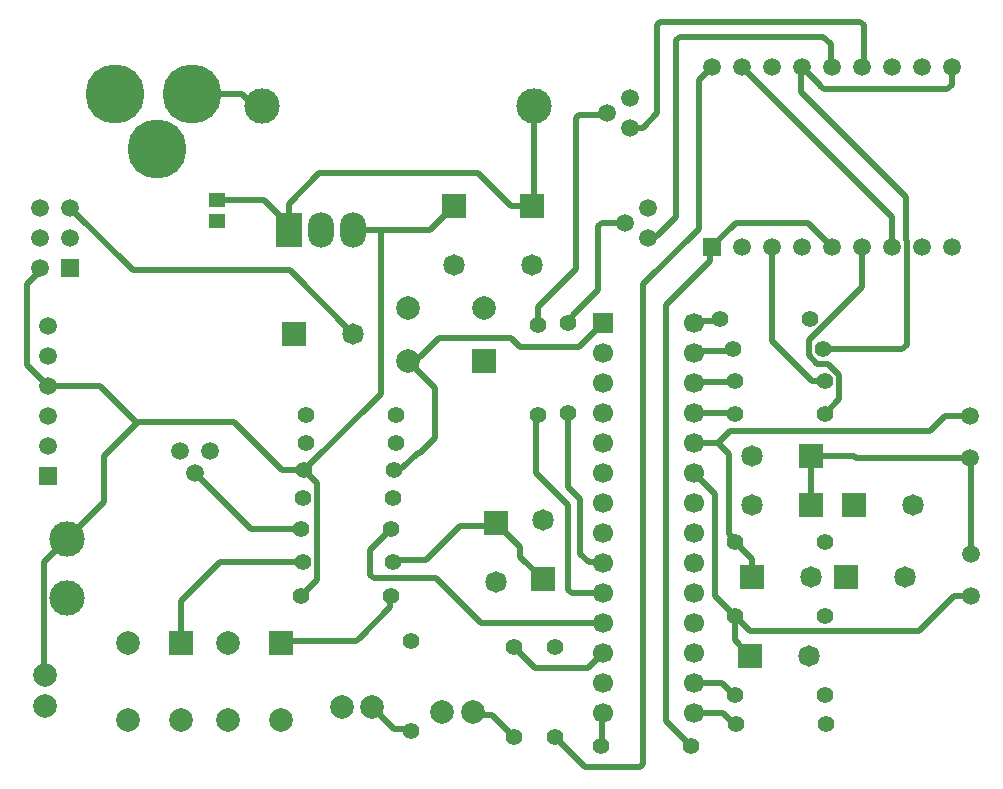
<source format=gtl>
G04*
G04 #@! TF.GenerationSoftware,Altium Limited,Altium Designer,20.0.12 (288)*
G04*
G04 Layer_Physical_Order=1*
G04 Layer_Color=255*
%FSLAX44Y44*%
%MOMM*%
G71*
G01*
G75*
%ADD15R,1.4000X1.2000*%
%ADD31C,0.5080*%
%ADD32R,1.5000X1.5000*%
%ADD33C,1.5000*%
%ADD34C,3.0000*%
%ADD35R,2.2000X3.0000*%
%ADD36O,2.2000X3.0000*%
%ADD37R,1.5000X1.5000*%
%ADD38R,2.0000X2.0000*%
%ADD39C,1.8200*%
%ADD40R,2.0000X2.0000*%
%ADD41C,2.0000*%
%ADD42C,1.7000*%
%ADD43R,1.7000X1.7000*%
%ADD44C,5.0000*%
%ADD45C,1.4000*%
D15*
X510540Y1078120D02*
D03*
Y1096120D02*
D03*
D31*
X571664Y1036626D02*
X625310Y982980D01*
X439114Y1036626D02*
X571664D01*
X386080Y1089660D02*
X439114Y1036626D01*
X899160Y1082040D02*
Y1231464D01*
X875030Y1064260D02*
X876300Y1065530D01*
X882650D01*
X899160Y1082040D01*
X1004570Y1187450D02*
X1093470Y1098550D01*
X1023620Y969810D02*
X1090494D01*
X1094061Y973377D01*
Y1061832D01*
X1093470Y1062423D02*
X1094061Y1061832D01*
X1093470Y1062423D02*
Y1098550D01*
X979881Y977189D02*
Y1056621D01*
X890270Y655320D02*
Y1007110D01*
Y655320D02*
X911860Y633730D01*
X871220Y618926D02*
Y1024890D01*
X1011540Y964807D02*
Y977946D01*
X899160Y1231464D02*
X902136Y1234440D01*
X1023620D01*
X1029970Y1228090D01*
Y1209733D02*
Y1228090D01*
Y1209733D02*
X1030681Y1209021D01*
X1004570Y1187450D02*
Y1208310D01*
X1005281Y1209021D01*
X890270Y1007110D02*
X927637Y1044477D01*
Y1055177D01*
X929081Y1056621D01*
X871220Y1024890D02*
X918210Y1071880D01*
Y1198150D01*
X929081Y1209021D01*
X859790Y1156970D02*
X860341Y1157521D01*
X870501D01*
X882650Y1169670D01*
Y1244164D01*
X885626Y1247140D01*
X1054934D01*
X1057910Y1244164D01*
Y1210850D02*
Y1244164D01*
X1056081Y1209021D02*
X1057910Y1210850D01*
X1011540Y977946D02*
X1056081Y1022488D01*
Y1056621D01*
X1011540Y964807D02*
X1018616Y957730D01*
X1027345D01*
X1036970Y948105D01*
Y927496D02*
Y948105D01*
X1024890Y915416D02*
X1036970Y927496D01*
X868244Y615950D02*
X871220Y618926D01*
X821690Y615950D02*
X868244D01*
X796290Y641350D02*
X821690Y615950D01*
X979881Y977189D02*
X1013968Y943102D01*
X1024890D01*
X1010342Y1076960D02*
X1030681Y1056621D01*
X363460Y694750D02*
X364490Y693720D01*
X363460Y694750D02*
Y789380D01*
X383540Y809460D01*
X349250Y956310D02*
X367030Y938530D01*
X349250Y956310D02*
Y1024746D01*
X360680Y1036176D01*
Y1038860D01*
X383540Y809460D02*
Y809460D01*
X414501Y879321D02*
X443230Y908050D01*
X383540Y809460D02*
X414501Y840421D01*
Y879321D01*
X441960Y908050D02*
X524510D01*
X367030Y938530D02*
X411480D01*
X441960Y908050D01*
X524510D02*
X565150Y867410D01*
X746760Y822560D02*
X767080Y802240D01*
Y794150D02*
Y802240D01*
Y794150D02*
X786130Y775100D01*
X660400Y791210D02*
X687070D01*
X716280Y820420D02*
X744620D01*
X687070Y791210D02*
X716280Y820420D01*
X648970Y932180D02*
Y1070610D01*
X963060Y777240D02*
Y791932D01*
X584200Y867410D02*
X648970Y932180D01*
X625170Y1070610D02*
X648970D01*
X690880D01*
X679995Y881925D02*
X681881D01*
X660400Y867410D02*
X662107Y869117D01*
X667187D01*
X679995Y881925D01*
X694690Y894734D02*
Y937030D01*
X671600Y960120D02*
X671600D01*
X694690Y937030D01*
X671600Y960120D02*
X674455Y962975D01*
X698500Y979170D02*
X759460D01*
X674455Y962975D02*
X682305D01*
X698500Y979170D01*
X759460D02*
X767080Y971550D01*
X816610D02*
X836930Y991870D01*
X767080Y971550D02*
X816610D01*
X681881Y881925D02*
X694690Y894734D01*
X934720Y890270D02*
X943610Y881380D01*
X931597Y761184D02*
X948690Y744091D01*
X948690Y806302D02*
Y808658D01*
X931597Y761184D02*
Y847203D01*
X943610Y813738D02*
Y881380D01*
Y813738D02*
X948690Y808658D01*
X913930Y864870D02*
X931597Y847203D01*
X913930Y813270D02*
Y814070D01*
Y813270D02*
X915670Y811530D01*
X565150Y867410D02*
X584200D01*
X581660Y760730D02*
X595010Y774080D01*
Y856600D01*
X584200Y867410D02*
X595010Y856600D01*
X548525Y1174466D02*
X550203Y1176144D01*
X782320Y990600D02*
Y1005840D01*
X814070Y1037590D02*
Y1165424D01*
X782320Y1005840D02*
X814070Y1037590D01*
Y1165424D02*
X817046Y1168400D01*
X839470D01*
X811708Y998398D02*
X833120Y1019810D01*
X836096Y1076960D02*
X855980D01*
X833120Y1073984D02*
X836096Y1076960D01*
X833120Y1019810D02*
Y1073984D01*
X839470Y1168400D02*
X840740Y1169670D01*
X510540Y1096120D02*
X549660D01*
X571170Y1074610D01*
Y1093140D01*
Y1070610D02*
Y1074610D01*
X690880Y1070610D02*
X711200Y1090930D01*
X596900Y1118870D02*
X731520D01*
X571170Y1093140D02*
X596900Y1118870D01*
X659130Y789940D02*
X660400Y791210D01*
X479700Y720840D02*
Y756560D01*
X513080Y789940D01*
X631190Y725606D02*
Y725606D01*
X656829Y759699D02*
X657860Y760730D01*
X631190Y725606D02*
X656829Y751245D01*
Y759699D01*
X566580Y722630D02*
X628214D01*
X631190Y725606D01*
X564790Y720840D02*
X566580Y722630D01*
X913930Y991870D02*
X916033Y993973D01*
X934283D01*
X935990Y995680D01*
X484180Y1186180D02*
X531767D01*
X541927Y1176020D01*
X548670D01*
X811708Y998272D02*
Y998398D01*
X807720Y991870D02*
Y994284D01*
X811708Y998272D01*
X807720Y853440D02*
X817880Y843280D01*
X807720Y853440D02*
Y915670D01*
X780615Y912695D02*
X782320Y914400D01*
X780615Y865305D02*
Y912695D01*
X641650Y666750D02*
X660263Y648137D01*
X672663D01*
X674370Y646430D01*
X743265Y660085D02*
X762000Y641350D01*
X729895Y660085D02*
X743265D01*
X727040Y662940D02*
X729895Y660085D01*
X695960Y775970D02*
X734060Y737870D01*
X836930D01*
X643056Y775970D02*
X695960D01*
X640080Y778946D02*
X643056Y775970D01*
X640080Y778946D02*
Y799544D01*
X657860Y817324D01*
X1081481Y1056621D02*
Y1082021D01*
X954481Y1209021D02*
X1081481Y1082021D01*
X929640Y1057180D02*
X949420Y1076960D01*
X1010342D01*
X929640Y1056640D02*
Y1057180D01*
X929081Y1056621D02*
X929621D01*
X929640Y1056640D01*
X1024056Y1189990D02*
X1128594D01*
X1132281Y1193677D02*
Y1209021D01*
X1128594Y1189990D02*
X1132281Y1193677D01*
X1021080Y1192966D02*
Y1193223D01*
Y1192966D02*
X1024056Y1189990D01*
X1005637Y1208666D02*
X1021080Y1193223D01*
X1104900Y731520D02*
X1134110Y760730D01*
X961261Y731520D02*
X1104900D01*
X948690Y744091D02*
X961261Y731520D01*
X1147816Y760730D02*
X1148398Y761313D01*
X1134110Y760730D02*
X1147816D01*
X1106881Y1056621D02*
X1107421D01*
X1108710Y1057910D01*
X1132281Y1056621D02*
Y1057351D01*
X1132840Y1057910D01*
X1081481Y1209021D02*
X1082021D01*
X1082040Y1209040D01*
X948690Y806302D02*
X963060Y791932D01*
X780615Y865305D02*
X807720Y838200D01*
X810696Y763270D02*
X836930D01*
X807720Y766246D02*
X810696Y763270D01*
X807720Y766246D02*
Y838200D01*
X835025Y687070D02*
X836930D01*
X836295Y661035D02*
X836930Y661670D01*
X836295Y634365D02*
Y661035D01*
X835660Y633730D02*
X836295Y634365D01*
X948690Y723426D02*
Y744091D01*
X1126630Y913270D02*
X1148080D01*
X1113790Y900430D02*
X1126630Y913270D01*
X934720Y890270D02*
X944880Y900430D01*
X1113790D01*
X913930Y890270D02*
X934720D01*
X1013060Y837571D02*
Y879262D01*
X1147880Y877570D02*
X1148080Y877770D01*
X1051560Y877570D02*
X1147880D01*
X1013060Y879262D02*
X1049868D01*
X1051560Y877570D01*
X1148239Y796972D02*
Y877611D01*
X1148080Y877770D02*
X1148239Y877611D01*
Y796972D02*
X1148398Y796813D01*
X948690Y723426D02*
X961790Y710326D01*
X913930Y661670D02*
X938656D01*
X947546Y652780D01*
X949960D01*
X913930Y687070D02*
X937764D01*
X947515Y677320D01*
X948690D01*
X913930Y915670D02*
X914057Y915543D01*
X948563D01*
X948690Y915416D01*
X913930Y941070D02*
X914946Y942086D01*
X947674D01*
X948690Y943102D01*
X913930Y966470D02*
X915600Y968140D01*
X945750D01*
X947420Y969810D01*
X817880Y796290D02*
Y843280D01*
X836326Y789274D02*
X836930Y788670D01*
X824896Y789274D02*
X836326D01*
X817880Y796290D02*
X824896Y789274D01*
X824230Y699770D02*
X836930Y712470D01*
X779780Y699770D02*
X824230D01*
X762000Y717550D02*
X779780Y699770D01*
X674370Y646430D02*
Y647850D01*
X762000Y641350D02*
Y642620D01*
X745490Y821290D02*
X746760Y822560D01*
X582930Y789940D02*
X584200Y791210D01*
X364490Y667720D02*
X364790Y668020D01*
X513080Y789940D02*
X582930D01*
X539036Y817324D02*
X581660D01*
X491490Y864870D02*
X539036Y817324D01*
X759460Y1090930D02*
X777240D01*
X731520Y1118870D02*
X759460Y1090930D01*
X778670Y1092360D02*
Y1176020D01*
X777240Y1090930D02*
X778670Y1092360D01*
X489906Y1172912D02*
X491460Y1174466D01*
X424180Y1178680D02*
Y1186180D01*
X444412Y1150692D02*
X455923Y1139180D01*
X459180D01*
D32*
X367030Y862330D02*
D03*
X386080Y1038860D02*
D03*
D33*
X367030Y887730D02*
D03*
Y913130D02*
D03*
Y938530D02*
D03*
Y963930D02*
D03*
Y989330D02*
D03*
X954481Y1056621D02*
D03*
X979881D02*
D03*
X1005281D02*
D03*
X1030681D02*
D03*
X1056081D02*
D03*
X1081481D02*
D03*
X1106881D02*
D03*
X1132281D02*
D03*
Y1209021D02*
D03*
X1106881D02*
D03*
X1081481D02*
D03*
X1056081D02*
D03*
X1030681D02*
D03*
X1005281D02*
D03*
X979881D02*
D03*
X954481D02*
D03*
X929081D02*
D03*
X875030Y1064260D02*
D03*
X855980Y1076960D02*
D03*
X875030Y1089660D02*
D03*
X859790Y1156970D02*
D03*
X840740Y1169670D02*
D03*
X859790Y1182370D02*
D03*
X478790Y883920D02*
D03*
X491490Y864870D02*
D03*
X504190Y883920D02*
D03*
X1148398Y796813D02*
D03*
Y761313D02*
D03*
X1148080Y877770D02*
D03*
Y913270D02*
D03*
X360680Y1089660D02*
D03*
X386080D02*
D03*
X360680Y1064260D02*
D03*
X386080D02*
D03*
X360680Y1038860D02*
D03*
D34*
X383540Y809460D02*
D03*
Y759460D02*
D03*
X548670Y1176020D02*
D03*
X778670D02*
D03*
D35*
X571170Y1070610D02*
D03*
D36*
X598170D02*
D03*
X625170D02*
D03*
D37*
X929081Y1056621D02*
D03*
D38*
X575310Y982980D02*
D03*
X1013060Y879262D02*
D03*
X961790Y710326D02*
D03*
X1013060Y837571D02*
D03*
X963060Y777240D02*
D03*
X1043070D02*
D03*
X1049820Y838200D02*
D03*
X736600Y960120D02*
D03*
D39*
X625310Y982980D02*
D03*
X963060Y879262D02*
D03*
X1011790Y710326D02*
D03*
X711200Y1040930D02*
D03*
X777240D02*
D03*
X963060Y837571D02*
D03*
X1013060Y777240D02*
D03*
X746760Y772560D02*
D03*
X786130Y825100D02*
D03*
X1093070Y777240D02*
D03*
X1099820Y838200D02*
D03*
D40*
X711200Y1090930D02*
D03*
X777240D02*
D03*
X746760Y822560D02*
D03*
X786130Y775100D02*
D03*
X564790Y720840D02*
D03*
X479700D02*
D03*
D41*
X736600Y1005120D02*
D03*
X671600Y960120D02*
D03*
Y1005120D02*
D03*
X519790Y720840D02*
D03*
X564790Y655840D02*
D03*
X519790D02*
D03*
X434700Y720840D02*
D03*
X479700Y655840D02*
D03*
X434700D02*
D03*
X364490Y693720D02*
D03*
Y667720D02*
D03*
X641650Y666750D02*
D03*
X615650D02*
D03*
X727040Y662940D02*
D03*
X701040D02*
D03*
D42*
X913930Y661670D02*
D03*
Y687070D02*
D03*
Y712470D02*
D03*
Y737870D02*
D03*
Y763270D02*
D03*
Y788670D02*
D03*
Y814070D02*
D03*
Y839470D02*
D03*
Y864870D02*
D03*
Y890270D02*
D03*
Y915670D02*
D03*
Y941070D02*
D03*
Y966470D02*
D03*
Y991870D02*
D03*
X836930Y661670D02*
D03*
Y687070D02*
D03*
Y712470D02*
D03*
Y737870D02*
D03*
Y763270D02*
D03*
Y788670D02*
D03*
Y814070D02*
D03*
Y839470D02*
D03*
Y864870D02*
D03*
Y890270D02*
D03*
Y915670D02*
D03*
Y941070D02*
D03*
Y966470D02*
D03*
D43*
Y991870D02*
D03*
D44*
X459180Y1139180D02*
D03*
X424180Y1186180D02*
D03*
X489180D02*
D03*
D45*
X661670Y890270D02*
D03*
X585470D02*
D03*
X584200Y867410D02*
D03*
X660400D02*
D03*
X661670Y914400D02*
D03*
X585470D02*
D03*
X582930Y843949D02*
D03*
X659130D02*
D03*
Y789940D02*
D03*
X582930D02*
D03*
X657860Y817324D02*
D03*
X581660D02*
D03*
X1024890Y744091D02*
D03*
X948690D02*
D03*
X1024890Y806302D02*
D03*
X948690D02*
D03*
X782320Y914400D02*
D03*
Y990600D02*
D03*
X807720Y915670D02*
D03*
Y991870D02*
D03*
X949960Y652780D02*
D03*
X1026160D02*
D03*
X948690Y677320D02*
D03*
X1024890D02*
D03*
X796290Y717550D02*
D03*
Y641350D02*
D03*
X835660Y633730D02*
D03*
X911860D02*
D03*
X948690Y915416D02*
D03*
X1024890D02*
D03*
X948690Y943102D02*
D03*
X1024890D02*
D03*
X947420Y969810D02*
D03*
X1023620D02*
D03*
X935990Y995680D02*
D03*
X1012190D02*
D03*
X762000Y641350D02*
D03*
Y717550D02*
D03*
X657860Y760730D02*
D03*
X581660D02*
D03*
X674370Y646430D02*
D03*
Y722630D02*
D03*
M02*

</source>
